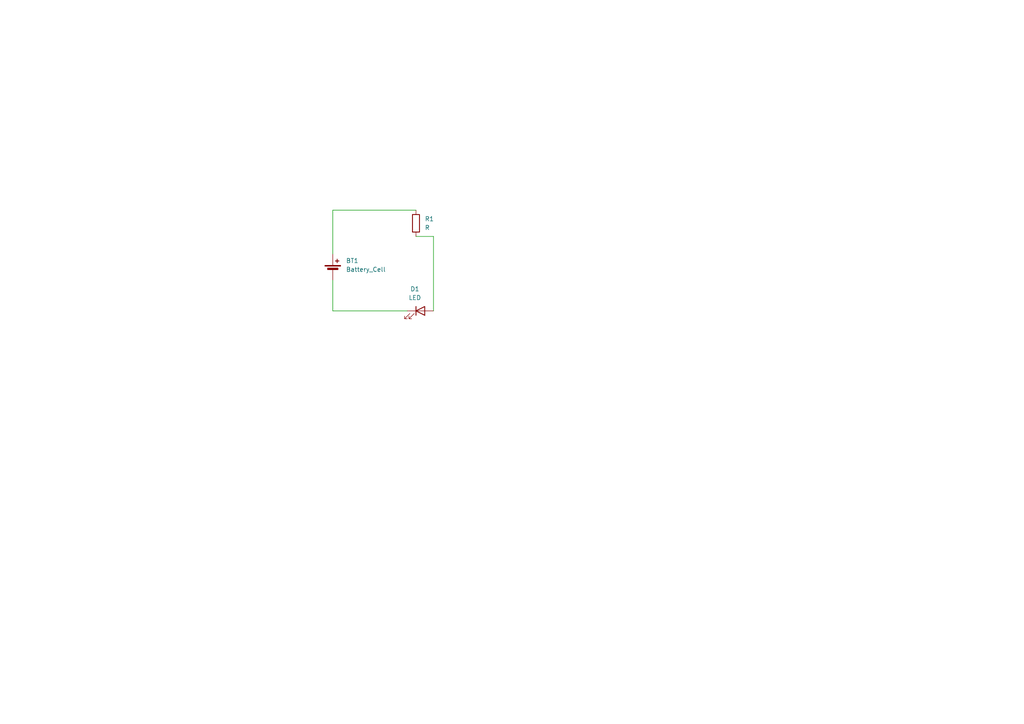
<source format=kicad_sch>
(kicad_sch (version 20231120) (generator "eeschema") (generator_version "8.0")
  (paper "A4")
  (lib_symbols
    (symbol "Device:Battery_Cell" (pin_numbers hide) (pin_names (offset 0) hide)
      (property "Reference" "BT" (at 2.54 2.54 0))
      (property "Value" "Battery_Cell" (at 2.54 0 0))
      (symbol "Battery_Cell_0_1"
        (rectangle (start -2.286 1.778) (end 2.286 1.524) (fill (type outline)))
        (rectangle (start -1.524 1.016) (end 1.524 0.508) (fill (type outline)))
        (polyline (pts (xy 0 0.762) (xy 0 0)))
        (polyline (pts (xy 0 1.778) (xy 0 2.54)))
        (polyline (pts (xy 0.762 3.048) (xy 1.778 3.048)) (stroke (width 0.254)))
        (polyline (pts (xy 1.27 3.556) (xy 1.27 2.54)) (stroke (width 0.254)))
      )
      (symbol "Battery_Cell_1_1"
        (pin passive line (at 0 5.08 270) (length 2.54) (name "+") (number "1"))
        (pin passive line (at 0 -2.54 90) (length 2.54) (name "-") (number "2"))
      )
    )
    (symbol "Device:LED" (pin_numbers hide) (pin_names (offset 1.016) hide)
      (property "Reference" "D" (at 0 2.54 0))
      (property "Value" "LED" (at 0 -2.54 0))
      (symbol "LED_0_1"
        (polyline (pts (xy -1.27 -1.27) (xy -1.27 1.27)) (stroke (width 0.254)))
        (polyline (pts (xy -1.27 0) (xy 1.27 0)))
        (polyline (pts (xy 1.27 -1.27) (xy 1.27 1.27) (xy -1.27 0) (xy 1.27 -1.27)) (stroke (width 0.254)))
        (polyline (pts (xy -3.048 -0.762) (xy -4.572 -2.286) (xy -3.81 -2.286) (xy -4.572 -2.286) (xy -4.572 -1.524)))
        (polyline (pts (xy -1.778 -0.762) (xy -3.302 -2.286) (xy -2.54 -2.286) (xy -3.302 -2.286) (xy -3.302 -1.524)))
      )
      (symbol "LED_1_1"
        (pin passive line (at -3.81 0 0) (length 2.54) (name "K") (number "1"))
        (pin passive line (at 3.81 0 180) (length 2.54) (name "A") (number "2"))
      )
    )
    (symbol "Device:R" (pin_numbers hide) (pin_names (offset 0))
      (property "Reference" "R" (at 2.032 0 90))
      (property "Value" "R" (at 0 0 90))
      (symbol "R_0_1"
        (rectangle (start -1.016 -2.54) (end 1.016 2.54) (stroke (width 0.254)))
      )
      (symbol "R_1_1"
        (pin passive line (at 0 3.81 270) (length 1.27) (name "~") (number "1"))
        (pin passive line (at 0 -3.81 90) (length 1.27) (name "~") (number "2"))
      )
    )
  )
  (wire (pts (xy 120.65 60.96) (xy 96.52 60.96)))
  (wire (pts (xy 125.73 90.17) (xy 125.73 68.58)))
  (wire (pts (xy 125.73 68.58) (xy 120.65 68.58)))
  (wire (pts (xy 96.52 81.28) (xy 96.52 90.17)))
  (wire (pts (xy 96.52 90.17) (xy 118.11 90.17)))
  (wire (pts (xy 96.52 60.96) (xy 96.52 73.66)))
  (symbol (lib_id "Device:Battery_Cell") (at 96.52 78.74 0) (unit 1)
    (property "Reference" "BT1" (at 100.33 75.6284 0) (effects (justify left)))
    (property "Value" "Battery_Cell" (at 100.33 78.1684 0) (effects (justify left)))
    (property "Footprint" "Battery:BatteryHolder_Seiko_MS621F" (effects (hide yes)))
    (property "Description" "Single-cell battery" (effects (hide yes)))
  )
  (symbol (lib_id "Device:LED") (at 121.92 90.17 0) (unit 1)
    (property "Reference" "D1" (at 120.3325 83.82 0))
    (property "Value" "LED" (at 120.3325 86.36 0))
    (property "Footprint" "Diode_SMD:D_0805_2012Metric_Pad1.15x1.40mm_HandSolder" (effects (hide yes)))
    (property "Description" "Light emitting diode" (effects (hide yes)))
  )
  (symbol (lib_id "Device:R") (at 120.65 64.77 0) (unit 1)
    (property "Reference" "R1" (at 123.19 63.4999 0) (effects (justify left)))
    (property "Value" "R" (at 123.19 66.0399 0) (effects (justify left)))
    (property "Footprint" "Resistor_SMD:R_0805_2012Metric_Pad1.20x1.40mm_HandSolder" (effects (hide yes)))
    (property "Description" "Resistor" (effects (hide yes)))
  )
)
</source>
